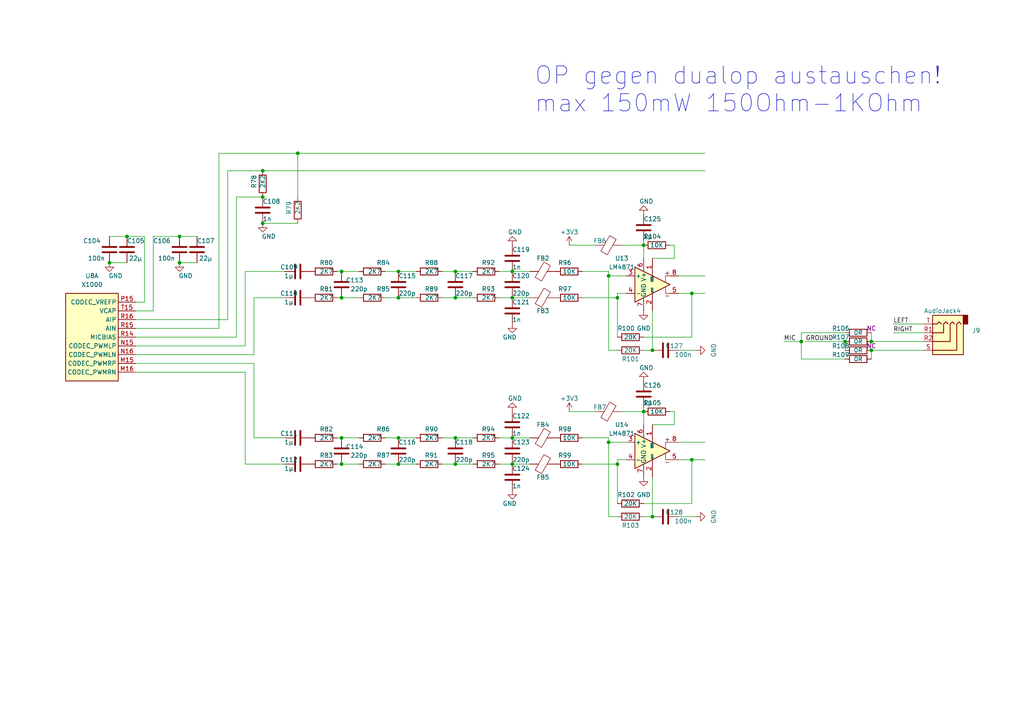
<source format=kicad_sch>
(kicad_sch (version 20211123) (generator eeschema)
  (paper "A4")
  (lib_symbols
    (symbol "Amplifier_Audio:IS31AP4991-SLS2" (pin_names (offset 0.127))
      (property "Reference" "U" (at 5.08 7.62 0))
      (property "Value" "IS31AP4991-SLS2" (at 10.16 5.08 0))
      (symbol "IS31AP4991-SLS2_0_1"
        (polyline (pts (xy 3.81 -3.302) (xy 4.826 -3.302)))
        (polyline (pts (xy 3.81 3.302) (xy 4.826 3.302)))
        (polyline (pts (xy 4.318 2.794) (xy 4.318 3.81)))
      )
      (symbol "IS31AP4991-SLS2_1_1"
        (polyline (pts (xy 3.81 -0.635) (xy 3.81 -2.54) (xy 5.08 -2.54)))
        (polyline (pts (xy 5.08 2.54) (xy 3.81 2.54) (xy 3.81 0.635)))
        (polyline (pts (xy -5.08 5.08) (xy 5.08 0) (xy -5.08 -5.08) (xy -5.08 5.08)) (stroke (width 0.254)) (fill (type background)))
        (pin input line (at 0 7.62 270) (length 5.08) (name "~{SDB}") (number "1"))
        (pin passive line (at 0 -7.62 90) (length 5.08) (name "BYP") (number "2"))
        (pin input line (at -7.62 2.54 0) (length 2.54) (name "+") (number "3"))
        (pin input line (at -7.62 -2.54 0) (length 2.54) (name "-") (number "4"))
        (pin output line (at 7.62 -2.54 180) (length 2.54) (name "~") (number "5"))
        (pin power_in line (at -2.54 7.62 270) (length 3.81) (name "V+") (number "6"))
        (pin power_in line (at -2.54 -7.62 90) (length 3.81) (name "GND") (number "7"))
        (pin output line (at 7.62 2.54 180) (length 2.54) (name "~") (number "8"))
      )
    )
    (symbol "Connector:AudioJack4"
      (property "Reference" "J" (at 0 8.89 0))
      (property "Value" "AudioJack4" (at 0 6.35 0))
      (symbol "AudioJack4_0_1"
        (rectangle (start -6.35 -5.08) (end -7.62 -7.62) (stroke (width 0.254)) (fill (type outline)))
        (polyline (pts (xy 0 -5.08) (xy 0.635 -5.715) (xy 1.27 -5.08) (xy 2.54 -5.08)) (stroke (width 0.254)))
        (polyline (pts (xy -5.715 -5.08) (xy -5.08 -5.715) (xy -4.445 -5.08) (xy -4.445 2.54) (xy 2.54 2.54)) (stroke (width 0.254)))
        (polyline (pts (xy -1.905 -5.08) (xy -1.27 -5.715) (xy -0.635 -5.08) (xy -0.635 -2.54) (xy 2.54 -2.54)) (stroke (width 0.254)))
        (polyline (pts (xy 2.54 0) (xy -2.54 0) (xy -2.54 -5.08) (xy -3.175 -5.715) (xy -3.81 -5.08)) (stroke (width 0.254)))
        (rectangle (start 2.54 3.81) (end -6.35 -7.62) (stroke (width 0.254)) (fill (type background)))
      )
      (symbol "AudioJack4_1_1"
        (pin passive line (at 5.08 -2.54 180) (length 2.54) (name "~") (number "R1"))
        (pin passive line (at 5.08 0 180) (length 2.54) (name "~") (number "R2"))
        (pin passive line (at 5.08 2.54 180) (length 2.54) (name "~") (number "S"))
        (pin passive line (at 5.08 -5.08 180) (length 2.54) (name "~") (number "T"))
      )
    )
    (symbol "Device:C" (pin_numbers hide) (pin_names (offset 0.254))
      (property "Reference" "C" (at 0.635 2.54 0))
      (property "Value" "C" (at 0.635 -2.54 0))
      (symbol "C_0_1"
        (polyline (pts (xy -2.032 -0.762) (xy 2.032 -0.762)) (stroke (width 0.508)))
        (polyline (pts (xy -2.032 0.762) (xy 2.032 0.762)) (stroke (width 0.508)))
      )
      (symbol "C_1_1"
        (pin passive line (at 0 3.81 270) (length 2.794) (name "~") (number "1"))
        (pin passive line (at 0 -3.81 90) (length 2.794) (name "~") (number "2"))
      )
    )
    (symbol "Device:FerriteBead" (pin_numbers hide) (pin_names (offset 0))
      (property "Reference" "FB" (at -3.81 0.635 90))
      (property "Value" "FerriteBead" (at 3.81 0 90))
      (symbol "FerriteBead_0_1"
        (polyline (pts (xy 0 -1.27) (xy 0 -1.2192)))
        (polyline (pts (xy 0 1.27) (xy 0 1.2954)))
        (polyline (pts (xy -2.7686 0.4064) (xy -1.7018 2.2606) (xy 2.7686 -0.3048) (xy 1.6764 -2.159) (xy -2.7686 0.4064)))
      )
      (symbol "FerriteBead_1_1"
        (pin passive line (at 0 3.81 270) (length 2.54) (name "~") (number "1"))
        (pin passive line (at 0 -3.81 90) (length 2.54) (name "~") (number "2"))
      )
    )
    (symbol "Device:R" (pin_numbers hide) (pin_names (offset 0))
      (property "Reference" "R" (at 2.032 0 90))
      (property "Value" "R" (at 0 0 90))
      (symbol "R_0_1"
        (rectangle (start -1.016 -2.54) (end 1.016 2.54) (stroke (width 0.254)))
      )
      (symbol "R_1_1"
        (pin passive line (at 0 3.81 270) (length 1.27) (name "~") (number "1"))
        (pin passive line (at 0 -3.81 90) (length 1.27) (name "~") (number "2"))
      )
    )
    (symbol "TheBrutzlers_Lib:X1000"
      (property "Reference" "U4" (at 12.7 7.62 0))
      (property "Value" "X1000" (at 12.7 5.08 0))
      (symbol "X1000_1_1"
        (rectangle (start 5.08 2.54) (end 20.32 -22.86) (stroke (width 0.254)) (fill (type background)))
        (pin output line (at 25.4 -17.78 180) (length 5.08) (name "CODEC_PWMRP") (number "M15"))
        (pin output line (at 25.4 -20.32 180) (length 5.08) (name "CODEC_PWMRN") (number "M16"))
        (pin output line (at 25.4 -12.7 180) (length 5.08) (name "CODEC_PWMLP") (number "N15"))
        (pin output line (at 25.4 -15.24 180) (length 5.08) (name "CODEC_PWMLN") (number "N16"))
        (pin power_in line (at 25.4 0 180) (length 5.08) (name "CODEC_VREFP") (number "P15"))
        (pin unspecified line (at 25.4 -10.16 180) (length 5.08) (name "MICBIAS") (number "R14"))
        (pin bidirectional line (at 25.4 -7.62 180) (length 5.08) (name "AIN") (number "R15"))
        (pin bidirectional line (at 25.4 -5.08 180) (length 5.08) (name "AIP") (number "R16"))
        (pin power_out line (at 25.4 -2.54 180) (length 5.08) (name "VCAP") (number "T15"))
      )
      (symbol "X1000_2_1"
        (rectangle (start 5.08 2.54) (end 71.12 -40.64) (stroke (width 0.254)) (fill (type background)))
        (pin bidirectional line (at 76.2 -35.56 180) (length 5.08) (name "SD14_SLCD_D14_CIM_D5_PA14") (number "A11"))
        (pin bidirectional line (at 76.2 -25.4 180) (length 5.08) (name "SD10_SLCD_D10_CIM_VSYN_PA10") (number "A15"))
        (pin bidirectional line (at 0 -25.4 0) (length 5.08) (name "SFC_CLK_SSI0_CLK_PA26") (number "A7"))
        (pin bidirectional line (at 76.2 -38.1 180) (length 5.08) (name "SD15_SLCD_D15_CIM_D4_PA15") (number "B11"))
        (pin bidirectional line (at 76.2 -22.86 180) (length 5.08) (name "SD9_SLCD_D9_CIM_HSYN_PA09") (number "B15"))
        (pin bidirectional line (at 76.2 -17.78 180) (length 5.08) (name "SD7_SLCD_D7_PA07") (number "B16"))
        (pin bidirectional line (at 0 -33.02 0) (length 5.08) (name "SFC_DT_SSI0_DT_PA29") (number "B7"))
        (pin bidirectional line (at 0 -30.48 0) (length 5.08) (name "SFC_DR_SSI0_DR_PA28") (number "B8"))
        (pin bidirectional line (at 76.2 -33.02 180) (length 5.08) (name "SD13_SLCD_D13_CIM_D6_PA13") (number "C11"))
        (pin bidirectional line (at 76.2 -27.94 180) (length 5.08) (name "SD11_SLCD_D11_CIM_MCLK_PA11") (number "C14"))
        (pin bidirectional line (at 76.2 -20.32 180) (length 5.08) (name "SD8_SLCD_D8_CIM_PCLK_PA08") (number "C15"))
        (pin bidirectional line (at 76.2 -12.7 180) (length 5.08) (name "SD5_SLCD_D5_UART1_TXD_PA05") (number "C16"))
        (pin bidirectional line (at 0 -38.1 0) (length 5.08) (name "SFC_HOLD_SSI0_GPC_PA31") (number "C6"))
        (pin bidirectional line (at 0 -27.94 0) (length 5.08) (name "SFC_CE_SSI0_CE0_PA27") (number "C7"))
        (pin bidirectional line (at 76.2 -30.48 180) (length 5.08) (name "SD12_SLCD_D12_CIM_D7_PA12") (number "D11"))
        (pin bidirectional line (at 76.2 -10.16 180) (length 5.08) (name "SD4_SLCD_D4_UART1_RXD_PA04") (number "D16"))
        (pin bidirectional line (at 0 -35.56 0) (length 5.08) (name "SFC_WP_SSI0_CE1_PA30") (number "D6"))
        (pin bidirectional line (at 76.2 -15.24 180) (length 5.08) (name "SD6_SLCD_D6_PA06") (number "E15"))
        (pin bidirectional line (at 76.2 -5.08 180) (length 5.08) (name "SD2_SLCD_D2_UART2_RXD_PA02") (number "E16"))
        (pin bidirectional line (at 76.2 -7.62 180) (length 5.08) (name "SD3_SLCD_D3_UART2_TXD_PA03") (number "F15"))
        (pin bidirectional line (at 76.2 0 180) (length 5.08) (name "SD0_SLCD_D0_I2C1_SCK_PA00") (number "F16"))
        (pin bidirectional line (at 76.2 -2.54 180) (length 5.08) (name "SD1_SLCD_D1_I2C1_SDA_PA01") (number "G15"))
      )
      (symbol "X1000_3_1"
        (rectangle (start 5.08 2.54) (end 68.58 -40.64) (stroke (width 0.254)) (fill (type background)))
        (pin bidirectional line (at 73.66 -10.16 180) (length 5.08) (name "WE_SLCD_WR_PB17") (number "D15"))
        (pin bidirectional line (at 73.66 -15.24 180) (length 5.08) (name "CS2_SLCD_TE_PB19") (number "E13"))
        (pin bidirectional line (at 73.66 -17.78 180) (length 5.08) (name "WAIT_SLCD_DC_PB20") (number "E14"))
        (pin bidirectional line (at 73.66 -12.7 180) (length 5.08) (name "CS1_SLCD_CE_PB18") (number "F14"))
        (pin bidirectional line (at 73.66 -7.62 180) (length 5.08) (name "RD_SLCD_RD_PB16") (number "G14"))
        (pin bidirectional line (at 0 -35.56 0) (length 5.08) (name "SA14_MAC_MDIO_PB14") (number "G16"))
        (pin bidirectional line (at 73.66 -22.86 180) (length 5.08) (name "DMIC0_IN_PB22") (number "G3"))
        (pin bidirectional line (at 73.66 -27.94 180) (length 5.08) (name "I2C0_SDA_SCC_DATA_PB24") (number "H1"))
        (pin bidirectional line (at 0 -38.1 0) (length 5.08) (name "SA15_MAC_REF_CLK_PB15") (number "H15"))
        (pin bidirectional line (at 0 -30.48 0) (length 5.08) (name "SA12_MAC_TXD0_PB12") (number "H16"))
        (pin bidirectional line (at 0 -33.02 0) (length 5.08) (name "SA13_MAC_MDC_PB13") (number "J15"))
        (pin bidirectional line (at 0 -27.94 0) (length 5.08) (name "SA11_MAC_TXD1_PB11") (number "J16"))
        (pin bidirectional line (at 73.66 -25.4 180) (length 5.08) (name "I2C0_SCK_SCC_CLK_PB23") (number "J2"))
        (pin bidirectional line (at 0 -25.4 0) (length 5.08) (name "SA10_MAC_TXEN_PB10") (number "K14"))
        (pin bidirectional line (at 0 -22.86 0) (length 5.08) (name "SA9_MAC_RXD0_PB09") (number "K15"))
        (pin bidirectional line (at 0 -20.32 0) (length 5.08) (name "SA8_MAC_RXD1_PB08") (number "K16"))
        (pin bidirectional line (at 0 -17.78 0) (length 5.08) (name "SA7_MAC_CRS_DV_PB07") (number "L14"))
        (pin bidirectional line (at 0 -15.24 0) (length 5.08) (name "SA6_MAC_PHY_CLK_PWM3_PB06") (number "L15"))
        (pin bidirectional line (at 0 0 0) (length 5.08) (name "SA0_I2S_MCLK_PB00") (number "R2"))
        (pin bidirectional line (at 0 -7.62 0) (length 5.08) (name "SA3_I2S_DI_PB03") (number "R3"))
        (pin bidirectional line (at 0 -10.16 0) (length 5.08) (name "SA4_I2S_DO_PB04") (number "R4"))
        (pin bidirectional line (at 73.66 -20.32 180) (length 5.08) (name "DMIC_CLK_PB21") (number "R5"))
        (pin bidirectional line (at 73.66 -30.48 180) (length 5.08) (name "DRV_VBUS_PB25") (number "T11"))
        (pin bidirectional line (at 0 -2.54 0) (length 5.08) (name "SA1_I2S_BCLK_PB01") (number "T2"))
        (pin bidirectional line (at 0 -5.08 0) (length 5.08) (name "SA2_I2S_LRCLK_PB02") (number "T3"))
        (pin bidirectional line (at 0 -12.7 0) (length 5.08) (name "SA5_DMIC1_IN_PB05") (number "T4"))
      )
      (symbol "X1000_4_1"
        (rectangle (start 15.24 0) (end 60.96 -46.99) (stroke (width 0.254)) (fill (type background)))
        (pin bidirectional line (at 66.04 -16.51 180) (length 5.08) (name "MSC0_D4_CIM_D0_PA19") (number "A10"))
        (pin bidirectional line (at 66.04 -1.27 180) (length 5.08) (name "MSC0_CMD_SSI0_CE0_PA25") (number "A12"))
        (pin bidirectional line (at 66.04 -6.35 180) (length 5.08) (name "MSC0_D0_SSI0_DR_PA23") (number "A13"))
        (pin bidirectional line (at 66.04 -11.43 180) (length 5.08) (name "MSC0_D2_SSI0_CE1_PA21") (number "A14"))
        (pin bidirectional line (at 10.16 -16.51 0) (length 5.08) (name "PC17") (number "A2"))
        (pin bidirectional line (at 10.16 -24.13 0) (length 5.08) (name "PC20") (number "A3"))
        (pin bidirectional line (at 10.16 -31.75 0) (length 5.08) (name "PC23") (number "A4"))
        (pin bidirectional line (at 66.04 -44.45 180) (length 5.08) (name "UART0_RTS_PC13") (number "A5"))
        (pin bidirectional line (at 66.04 -39.37 180) (length 5.08) (name "UART0_TXD_PC11") (number "A6"))
        (pin bidirectional line (at 66.04 -21.59 180) (length 5.08) (name "MSC0_D6_CIM_D2_PA17") (number "A9"))
        (pin bidirectional line (at 66.04 -29.21 180) (length 5.08) (name "PCM_DO_PC07") (number "B1"))
        (pin bidirectional line (at 66.04 -19.05 180) (length 5.08) (name "MSC0_D5_CIM_D1_PA18") (number "B10"))
        (pin bidirectional line (at 66.04 -3.81 180) (length 5.08) (name "MSC0_CLK_SSI0_CLK_PA24") (number "B12"))
        (pin bidirectional line (at 66.04 -8.89 180) (length 5.08) (name "MSC0_D1_SSI0_DT_PA22") (number "B13"))
        (pin bidirectional line (at 66.04 -13.97 180) (length 5.08) (name "MSC0_D3_SSI0_GPC_PA20") (number "B14"))
        (pin bidirectional line (at 10.16 -13.97 0) (length 5.08) (name "PC16") (number "B2"))
        (pin bidirectional line (at 10.16 -21.59 0) (length 5.08) (name "PC19") (number "B3"))
        (pin bidirectional line (at 10.16 -29.21 0) (length 5.08) (name "PC22") (number "B4"))
        (pin bidirectional line (at 66.04 -41.91 180) (length 5.08) (name "UART0_CTS_PC12") (number "B5"))
        (pin bidirectional line (at 66.04 -36.83 180) (length 5.08) (name "UART0_RXD_PC10") (number "B6"))
        (pin bidirectional line (at 66.04 -26.67 180) (length 5.08) (name "PCM_CLK_PC06") (number "C1"))
        (pin bidirectional line (at 66.04 -24.13 180) (length 5.08) (name "MSC0_D7_CIM_D3_PA16") (number "C10"))
        (pin bidirectional line (at 66.04 -34.29 180) (length 5.08) (name "PCM_SYN_PC09") (number "C2"))
        (pin bidirectional line (at 10.16 -19.05 0) (length 5.08) (name "PC18") (number "C3"))
        (pin bidirectional line (at 66.04 -31.75 180) (length 5.08) (name "PCM_DI_PC08") (number "D2"))
        (pin bidirectional line (at 10.16 -26.67 0) (length 5.08) (name "PC21") (number "E4"))
        (pin bidirectional line (at 10.16 -41.91 0) (length 5.08) (name "I2C1_SDA_PWM2_PC27") (number "J1"))
        (pin bidirectional line (at 10.16 -36.83 0) (length 5.08) (name "PWM0_PC25") (number "K1"))
        (pin bidirectional line (at 10.16 -39.37 0) (length 5.08) (name "I2C1_SCK_PWM1_PC26") (number "K2"))
        (pin bidirectional line (at 10.16 -34.29 0) (length 5.08) (name "PWM4_PC24") (number "L1"))
      )
      (symbol "X1000_5_1"
        (rectangle (start 5.08 2.54) (end 38.1 -15.24) (stroke (width 0.254)) (fill (type background)))
        (pin bidirectional line (at 43.18 -12.7 180) (length 5.08) (name "UART2_RXD_UART1_RTS_PD05") (number "N1"))
        (pin bidirectional line (at 43.18 -10.16 180) (length 5.08) (name "UART2_TXD_UART1_CTS_PD04") (number "N2"))
        (pin bidirectional line (at 43.18 -7.62 180) (length 5.08) (name "SSI0_DR_UART1_TXD_PD03") (number "P1"))
        (pin bidirectional line (at 43.18 -5.08 180) (length 5.08) (name "SSI0_DT_UART1_RXD_PD02") (number "P2"))
        (pin bidirectional line (at 43.18 0 180) (length 5.08) (name "SSI0_CLK_I2C2_SCK_PD00") (number "P3"))
        (pin bidirectional line (at 43.18 -2.54 180) (length 5.08) (name "SSI0_CE0_I2C2_SDA_PD01") (number "R1"))
      )
      (symbol "X1000_6_1"
        (rectangle (start 5.08 2.54) (end 35.56 -30.48) (stroke (width 0.254)) (fill (type background)))
        (pin power_in line (at 0 -17.78 0) (length 5.08) (name "VREF0") (number "A8"))
        (pin power_in line (at 0 -15.24 0) (length 5.08) (name "ZQ") (number "B9"))
        (pin passive line (at 0 -2.54 0) (length 5.08) hide (name "VSSMEM[6]") (number "E10"))
        (pin power_in line (at 0 -5.08 0) (length 5.08) (name "LPDDR_VDD[3]") (number "E6"))
        (pin power_in line (at 0 0 0) (length 5.08) (name "VDDMEM[6]") (number "E7"))
        (pin passive line (at 0 0 0) (length 5.08) hide (name "VDDMEM[6]") (number "E8"))
        (pin power_in line (at 0 -2.54 0) (length 5.08) (name "VSSMEM[6]") (number "E9"))
        (pin passive line (at 0 -2.54 0) (length 5.08) hide (name "VSSMEM[6]") (number "F10"))
        (pin power_in line (at 40.64 -12.7 180) (length 5.08) (name "VDD[8]") (number "F11"))
        (pin power_in line (at 0 -10.16 0) (length 5.08) (name "LPDDR_VDDQ[5]") (number "F5"))
        (pin passive line (at 0 -5.08 0) (length 5.08) hide (name "LPDDR_VDD[3]") (number "F6"))
        (pin passive line (at 0 0 0) (length 5.08) hide (name "VDDMEM[6]") (number "F7"))
        (pin passive line (at 0 0 0) (length 5.08) hide (name "VDDMEM[6]") (number "F8"))
        (pin passive line (at 0 -2.54 0) (length 5.08) hide (name "VSSMEM[6]") (number "F9"))
        (pin passive line (at 0 -2.54 0) (length 5.08) hide (name "VSSMEM[6]") (number "G10"))
        (pin passive line (at 40.64 -12.7 180) (length 5.08) hide (name "VDD[8]") (number "G11"))
        (pin passive line (at 40.64 -12.7 180) (length 5.08) hide (name "VDD[8]") (number "G12"))
        (pin passive line (at 0 -10.16 0) (length 5.08) hide (name "LPDDR_VDDQ[5]") (number "G5"))
        (pin passive line (at 0 -5.08 0) (length 5.08) hide (name "LPDDR_VDD[3]") (number "G6"))
        (pin passive line (at 0 0 0) (length 5.08) hide (name "VDDMEM[6]") (number "G7"))
        (pin passive line (at 0 0 0) (length 5.08) hide (name "VDDMEM[6]") (number "G8"))
        (pin passive line (at 0 -2.54 0) (length 5.08) hide (name "VSSMEM[6]") (number "G9"))
        (pin passive line (at 40.64 -12.7 180) (length 5.08) hide (name "VDD[8]") (number "H10"))
        (pin passive line (at 40.64 -12.7 180) (length 5.08) hide (name "VDD[8]") (number "H11"))
        (pin passive line (at 40.64 -12.7 180) (length 5.08) hide (name "VDD[8]") (number "H12"))
        (pin passive line (at 0 -10.16 0) (length 5.08) hide (name "LPDDR_VDDQ[5]") (number "H5"))
        (pin passive line (at 0 -10.16 0) (length 5.08) hide (name "LPDDR_VDDQ[5]") (number "H6"))
        (pin passive line (at 0 -10.16 0) (length 5.08) hide (name "LPDDR_VDDQ[5]") (number "H7"))
        (pin power_in line (at 40.64 -10.16 180) (length 5.08) (name "VSS[11]") (number "J10"))
        (pin passive line (at 40.64 -12.7 180) (length 5.08) hide (name "VDD[8]") (number "J11"))
        (pin passive line (at 40.64 -12.7 180) (length 5.08) hide (name "VDD[8]") (number "J12"))
        (pin power_in line (at 0 -12.7 0) (length 5.08) (name "LPDDR_VSSQ[5]") (number "J5"))
        (pin passive line (at 0 -12.7 0) (length 5.08) hide (name "LPDDR_VSSQ[5]") (number "J6"))
        (pin power_in line (at 0 -7.62 0) (length 5.08) (name "LPDDR_VSS[3]") (number "J7"))
        (pin passive line (at 40.64 -10.16 180) (length 5.08) hide (name "VSS[11]") (number "K10"))
        (pin power_in line (at 40.64 -5.08 180) (length 5.08) (name "VDDIO[3]") (number "K11"))
        (pin passive line (at 40.64 -5.08 180) (length 5.08) hide (name "VDDIO[3]") (number "K12"))
        (pin passive line (at 0 -12.7 0) (length 5.08) hide (name "LPDDR_VSSQ[5]") (number "K5"))
        (pin passive line (at 0 -12.7 0) (length 5.08) hide (name "LPDDR_VSSQ[5]") (number "K6"))
        (pin passive line (at 0 -7.62 0) (length 5.08) hide (name "LPDDR_VSS[3]") (number "K7"))
        (pin passive line (at 40.64 -10.16 180) (length 5.08) hide (name "VSS[11]") (number "K8"))
        (pin passive line (at 40.64 -10.16 180) (length 5.08) hide (name "VSS[11]") (number "K9"))
        (pin passive line (at 40.64 -10.16 180) (length 5.08) hide (name "VSS[11]") (number "L10"))
        (pin passive line (at 40.64 -10.16 180) (length 5.08) hide (name "VSS[11]") (number "L11"))
        (pin passive line (at 40.64 -5.08 180) (length 5.08) hide (name "VDDIO[3]") (number "L12"))
        (pin power_in line (at 40.64 -15.24 180) (length 5.08) (name "VDDIO_CODEC") (number "L16"))
        (pin passive line (at 0 -12.7 0) (length 5.08) hide (name "LPDDR_VSSQ[5]") (number "L6"))
        (pin passive line (at 0 -7.62 0) (length 5.08) hide (name "LPDDR_VSS[3]") (number "L7"))
        (pin passive line (at 40.64 -10.16 180) (length 5.08) hide (name "VSS[11]") (number "L8"))
        (pin passive line (at 40.64 -10.16 180) (length 5.08) hide (name "VSS[11]") (number "L9"))
        (pin passive line (at 40.64 -10.16 180) (length 5.08) hide (name "VSS[11]") (number "M10"))
        (pin power_in line (at 40.64 -17.78 180) (length 5.08) (name "VSSIO_CODEC") (number "M14"))
        (pin passive line (at 40.64 -10.16 180) (length 5.08) hide (name "VSS[11]") (number "M8"))
        (pin passive line (at 40.64 -10.16 180) (length 5.08) hide (name "VSS[11]") (number "M9"))
        (pin power_in line (at 40.64 -7.62 180) (length 5.08) (name "VDDIO_5T") (number "N6"))
        (pin power_in line (at 0 -20.32 0) (length 5.08) (name "VSSRTC") (number "N7"))
        (pin power_in line (at 40.64 -27.94 180) (length 5.08) (name "PLL_AVSS") (number "P10"))
        (pin power_in line (at 40.64 -2.54 180) (length 5.08) (name "CODEC_AVSS") (number "P14"))
        (pin power_in line (at 40.64 0 180) (length 5.08) (name "CODEC_AVDD") (number "P16"))
        (pin power_in line (at 40.64 -22.86 180) (length 5.08) (name "PLL_DVSS") (number "P9"))
        (pin power_in line (at 40.64 -25.4 180) (length 5.08) (name "PLL_AVDD") (number "R9"))
        (pin power_in line (at 0 -22.86 0) (length 5.08) (name "VDDRTC") (number "T6"))
        (pin power_in line (at 40.64 -20.32 180) (length 5.08) (name "PLL_DVDD") (number "T9"))
      )
      (symbol "X1000_7_1"
        (rectangle (start 5.08 2.54) (end 48.26 -35.56) (stroke (width 0.254)) (fill (type background)))
        (pin bidirectional line (at 53.34 -20.32 180) (length 5.08) (name "EXCLK_PB27") (number "F1"))
        (pin output line (at 0 -22.86 0) (length 5.08) (name "TDO_UART2_TXD") (number "G1"))
        (pin input line (at 0 -25.4 0) (length 5.08) (name "TDI_UART2_RXD") (number "G2"))
        (pin power_in line (at 0 -33.02 0) (length 5.08) (name "AVDEFUSE") (number "H2"))
        (pin input line (at 0 -20.32 0) (length 5.08) (name "pad_TRST_") (number "K3"))
        (pin bidirectional line (at 53.34 -25.4 180) (length 5.08) (name "BOOT_SEL1_PB29") (number "L2"))
        (pin input line (at 0 -27.94 0) (length 5.08) (name "TCK") (number "L3"))
        (pin bidirectional line (at 53.34 -27.94 180) (length 5.08) (name "BOOT_SEL2_PB30") (number "M1"))
        (pin bidirectional line (at 53.34 -22.86 180) (length 5.08) (name "BOOT_SEL0_PB28") (number "M2"))
        (pin bidirectional line (at 0 -30.48 0) (length 5.08) (name "TMS") (number "M3"))
        (pin input line (at 0 -7.62 0) (length 5.08) (name "PPRST_") (number "P6"))
        (pin input line (at 0 -10.16 0) (length 5.08) (name "TEST_TE") (number "P7"))
        (pin output line (at 0 -17.78 0) (length 5.08) (name "EXCLK_XO(EXCLK_O)") (number "R10"))
        (pin bidirectional line (at 53.34 -30.48 180) (length 5.08) (name "WKUP_PB31") (number "R6"))
        (pin output line (at 0 -5.08 0) (length 5.08) (name "PWRON") (number "R7"))
        (pin input line (at 0 0 0) (length 5.08) (name "RTCLK") (number "R8"))
        (pin input line (at 0 -15.24 0) (length 5.08) (name "EXCLK_XI(EXCLK_I)") (number "T10"))
        (pin bidirectional line (at 53.34 -17.78 180) (length 5.08) (name "RTC32K_PB26") (number "T5"))
        (pin power_out line (at 0 -12.7 0) (length 5.08) (name "LDOOUT") (number "T7"))
        (pin output line (at 0 -2.54 0) (length 5.08) (name "XRTCLK") (number "T8"))
      )
      (symbol "X1000_8_1"
        (rectangle (start 5.08 2.54) (end 30.48 -20.32) (stroke (width 0.254)) (fill (type background)))
        (pin input line (at 35.56 -7.62 180) (length 5.08) (name "USB_ID(OTG_ID)") (number "P11"))
        (pin input line (at 35.56 -5.08 180) (length 5.08) (name "USB_VBUS(OTG_VBUS)") (number "P13"))
        (pin power_in line (at 35.56 -15.24 180) (length 5.08) (name "AVSOTG") (number "R11"))
        (pin bidirectional line (at 35.56 0 180) (length 5.08) (name "USB_DP0(OTG_DP)") (number "R12"))
        (pin bidirectional line (at 35.56 -10.16 180) (length 5.08) (name "OTG_TXR_RKL") (number "R13"))
        (pin bidirectional line (at 35.56 -2.54 180) (length 5.08) (name "USB_DM0(OTG_DM)") (number "T12"))
        (pin power_in line (at 35.56 -17.78 180) (length 5.08) (name "AVDOTG25") (number "T13"))
        (pin power_in line (at 35.56 -12.7 180) (length 5.08) (name "AVDOTG") (number "T14"))
      )
      (symbol "X1000_9_1"
        (rectangle (start 2.54 1.27) (end 20.32 -16.51) (stroke (width 0.254)) (fill (type background)))
        (pin bidirectional line (at 25.4 -6.35 180) (length 5.08) (name "MSC1_D0_PC02") (number "D1"))
        (pin bidirectional line (at 25.4 -1.27 180) (length 5.08) (name "MSC1_CLK_PC00") (number "E1"))
        (pin bidirectional line (at 25.4 -8.89 180) (length 5.08) (name "MSC1_D1_PC03") (number "E2"))
        (pin bidirectional line (at 25.4 -13.97 180) (length 5.08) (name "MSC1_D3_PC05") (number "E3"))
        (pin bidirectional line (at 25.4 -3.81 180) (length 5.08) (name "MSC1_CMD_PC01") (number "F2"))
        (pin bidirectional line (at 25.4 -11.43 180) (length 5.08) (name "MSC1_D2_PC04") (number "F3"))
      )
    )
    (symbol "power:+3V3" (power) (pin_names (offset 0))
      (property "Value" "+3V3" (at 0 3.556 0))
      (symbol "+3V3_0_1"
        (polyline (pts (xy -0.762 1.27) (xy 0 2.54)))
        (polyline (pts (xy 0 0) (xy 0 2.54)))
        (polyline (pts (xy 0 2.54) (xy 0.762 1.27)))
      )
      (symbol "+3V3_1_1"
        (pin power_in line (at 0 0 90) (length 0) hide (name "+3V3") (number "1"))
      )
    )
    (symbol "power:GND" (power) (pin_names (offset 0))
      (property "Value" "GND" (at 0 -3.81 0))
      (symbol "GND_0_1"
        (polyline (pts (xy 0 0) (xy 0 -1.27) (xy 1.27 -1.27) (xy 0 -2.54) (xy -1.27 -1.27) (xy 0 -1.27)))
      )
      (symbol "GND_1_1"
        (pin power_in line (at 0 0 270) (length 0) hide (name "GND") (number "1"))
      )
    )
  )
  (junction (at 232.41 99.06))
  (junction (at 176.53 80.01))
  (junction (at 115.57 134.62))
  (junction (at 189.23 101.6))
  (junction (at 186.69 71.12))
  (junction (at 86.36 44.45))
  (junction (at 31.75 76.2))
  (junction (at 76.2 57.15))
  (junction (at 99.06 134.62))
  (junction (at 148.59 78.74))
  (junction (at 179.07 86.36))
  (junction (at 52.07 68.58))
  (junction (at 76.2 49.53))
  (junction (at 132.08 86.36))
  (junction (at 115.57 86.36))
  (junction (at 115.57 78.74))
  (junction (at 132.08 78.74))
  (junction (at 189.23 149.86))
  (junction (at 132.08 127))
  (junction (at 245.11 99.06))
  (junction (at 200.66 85.09))
  (junction (at 148.59 86.36))
  (junction (at 148.59 134.62))
  (junction (at 179.07 134.62))
  (junction (at 76.2 64.77))
  (junction (at 176.53 128.27))
  (junction (at 132.08 134.62))
  (junction (at 252.73 101.6))
  (junction (at 186.69 119.38))
  (junction (at 200.66 133.35))
  (junction (at 36.83 68.58))
  (junction (at 99.06 86.36))
  (junction (at 99.06 78.74))
  (junction (at 252.73 99.06))
  (junction (at 99.06 127))
  (junction (at 148.59 127))
  (junction (at 52.07 76.2))
  (junction (at 115.57 127))
  (wire (pts (xy 189.23 74.93) (xy 195.58 74.93)))
  (wire (pts (xy 259.08 93.98) (xy 267.97 93.98)))
  (wire (pts (xy 232.41 96.52) (xy 245.11 96.52)))
  (wire (pts (xy 111.76 134.62) (xy 115.57 134.62)))
  (wire (pts (xy 148.59 86.36) (xy 153.67 86.36)))
  (wire (pts (xy 200.66 97.79) (xy 186.69 97.79)))
  (wire (pts (xy 180.34 119.38) (xy 186.69 119.38)))
  (wire (pts (xy 128.27 134.62) (xy 132.08 134.62)))
  (wire (pts (xy 99.06 86.36) (xy 104.14 86.36)))
  (wire (pts (xy 86.36 44.45) (xy 86.36 57.15)))
  (wire (pts (xy 82.55 134.62) (xy 71.12 134.62)))
  (wire (pts (xy 189.23 123.19) (xy 195.58 123.19)))
  (wire (pts (xy 233.68 99.06) (xy 245.11 99.06)))
  (wire (pts (xy 195.58 123.19) (xy 195.58 119.38)))
  (wire (pts (xy 44.45 68.58) (xy 52.07 68.58)))
  (wire (pts (xy 252.73 99.06) (xy 252.73 96.52)))
  (wire (pts (xy 68.58 97.79) (xy 68.58 57.15)))
  (wire (pts (xy 189.23 138.43) (xy 189.23 149.86)))
  (wire (pts (xy 232.41 96.52) (xy 232.41 99.06)))
  (wire (pts (xy 189.23 90.17) (xy 189.23 101.6)))
  (wire (pts (xy 232.41 99.06) (xy 227.33 99.06)))
  (wire (pts (xy 168.91 127) (xy 176.53 127)))
  (wire (pts (xy 132.08 86.36) (xy 137.16 86.36)))
  (wire (pts (xy 168.91 134.62) (xy 179.07 134.62)))
  (wire (pts (xy 132.08 127) (xy 137.16 127)))
  (wire (pts (xy 111.76 86.36) (xy 115.57 86.36)))
  (wire (pts (xy 31.75 76.2) (xy 36.83 76.2)))
  (wire (pts (xy 63.5 95.25) (xy 63.5 44.45)))
  (wire (pts (xy 176.53 128.27) (xy 176.53 149.86)))
  (wire (pts (xy 132.08 78.74) (xy 137.16 78.74)))
  (wire (pts (xy 176.53 149.86) (xy 179.07 149.86)))
  (wire (pts (xy 71.12 134.62) (xy 71.12 107.95)))
  (wire (pts (xy 181.61 80.01) (xy 176.53 80.01)))
  (wire (pts (xy 66.04 92.71) (xy 66.04 49.53)))
  (wire (pts (xy 73.66 105.41) (xy 73.66 127)))
  (wire (pts (xy 148.59 134.62) (xy 153.67 134.62)))
  (wire (pts (xy 245.11 101.6) (xy 245.11 99.06)))
  (wire (pts (xy 200.66 133.35) (xy 200.66 146.05)))
  (wire (pts (xy 63.5 44.45) (xy 86.36 44.45)))
  (wire (pts (xy 115.57 86.36) (xy 120.65 86.36)))
  (wire (pts (xy 128.27 127) (xy 132.08 127)))
  (wire (pts (xy 71.12 100.33) (xy 71.12 78.74)))
  (wire (pts (xy 176.53 127) (xy 176.53 128.27)))
  (wire (pts (xy 144.78 127) (xy 148.59 127)))
  (wire (pts (xy 132.08 134.62) (xy 137.16 134.62)))
  (wire (pts (xy 97.79 86.36) (xy 99.06 86.36)))
  (wire (pts (xy 165.1 119.38) (xy 172.72 119.38)))
  (wire (pts (xy 144.78 86.36) (xy 148.59 86.36)))
  (wire (pts (xy 39.37 90.17) (xy 44.45 90.17)))
  (wire (pts (xy 181.61 128.27) (xy 176.53 128.27)))
  (wire (pts (xy 189.23 101.6) (xy 186.69 101.6)))
  (wire (pts (xy 115.57 127) (xy 120.65 127)))
  (wire (pts (xy 97.79 134.62) (xy 99.06 134.62)))
  (wire (pts (xy 39.37 100.33) (xy 71.12 100.33)))
  (wire (pts (xy 179.07 134.62) (xy 179.07 146.05)))
  (wire (pts (xy 52.07 68.58) (xy 57.15 68.58)))
  (wire (pts (xy 252.73 99.06) (xy 267.97 99.06)))
  (wire (pts (xy 97.79 127) (xy 99.06 127)))
  (wire (pts (xy 144.78 78.74) (xy 148.59 78.74)))
  (wire (pts (xy 128.27 86.36) (xy 132.08 86.36)))
  (wire (pts (xy 186.69 119.38) (xy 186.69 123.19)))
  (wire (pts (xy 201.93 101.6) (xy 196.85 101.6)))
  (wire (pts (xy 165.1 71.12) (xy 172.72 71.12)))
  (wire (pts (xy 39.37 92.71) (xy 66.04 92.71)))
  (wire (pts (xy 115.57 78.74) (xy 120.65 78.74)))
  (wire (pts (xy 97.79 78.74) (xy 99.06 78.74)))
  (wire (pts (xy 111.76 78.74) (xy 115.57 78.74)))
  (wire (pts (xy 176.53 80.01) (xy 176.53 101.6)))
  (wire (pts (xy 200.66 133.35) (xy 204.47 133.35)))
  (wire (pts (xy 179.07 133.35) (xy 181.61 133.35)))
  (wire (pts (xy 73.66 86.36) (xy 82.55 86.36)))
  (wire (pts (xy 99.06 78.74) (xy 104.14 78.74)))
  (wire (pts (xy 196.85 128.27) (xy 204.47 128.27)))
  (wire (pts (xy 195.58 74.93) (xy 195.58 71.12)))
  (wire (pts (xy 86.36 44.45) (xy 204.47 44.45)))
  (wire (pts (xy 186.69 69.85) (xy 186.69 71.12)))
  (wire (pts (xy 168.91 86.36) (xy 179.07 86.36)))
  (wire (pts (xy 31.75 68.58) (xy 36.83 68.58)))
  (wire (pts (xy 76.2 64.77) (xy 86.36 64.77)))
  (wire (pts (xy 201.93 149.86) (xy 196.85 149.86)))
  (wire (pts (xy 71.12 78.74) (xy 82.55 78.74)))
  (wire (pts (xy 196.85 80.01) (xy 204.47 80.01)))
  (wire (pts (xy 186.69 71.12) (xy 186.69 74.93)))
  (wire (pts (xy 99.06 127) (xy 104.14 127)))
  (wire (pts (xy 66.04 49.53) (xy 76.2 49.53)))
  (wire (pts (xy 73.66 102.87) (xy 73.66 86.36)))
  (wire (pts (xy 176.53 101.6) (xy 179.07 101.6)))
  (wire (pts (xy 195.58 119.38) (xy 194.31 119.38)))
  (wire (pts (xy 179.07 133.35) (xy 179.07 134.62)))
  (wire (pts (xy 186.69 118.11) (xy 186.69 119.38)))
  (wire (pts (xy 196.85 133.35) (xy 200.66 133.35)))
  (wire (pts (xy 73.66 127) (xy 82.55 127)))
  (wire (pts (xy 252.73 101.6) (xy 267.97 101.6)))
  (wire (pts (xy 200.66 85.09) (xy 200.66 97.79)))
  (wire (pts (xy 52.07 76.2) (xy 57.15 76.2)))
  (wire (pts (xy 111.76 127) (xy 115.57 127)))
  (wire (pts (xy 39.37 97.79) (xy 68.58 97.79)))
  (wire (pts (xy 232.41 104.14) (xy 245.11 104.14)))
  (wire (pts (xy 196.85 85.09) (xy 200.66 85.09)))
  (wire (pts (xy 76.2 49.53) (xy 204.47 49.53)))
  (wire (pts (xy 259.08 96.52) (xy 267.97 96.52)))
  (wire (pts (xy 148.59 78.74) (xy 153.67 78.74)))
  (wire (pts (xy 176.53 78.74) (xy 176.53 80.01)))
  (wire (pts (xy 200.66 146.05) (xy 186.69 146.05)))
  (wire (pts (xy 44.45 90.17) (xy 44.45 68.58)))
  (wire (pts (xy 128.27 78.74) (xy 132.08 78.74)))
  (wire (pts (xy 39.37 95.25) (xy 63.5 95.25)))
  (wire (pts (xy 71.12 107.95) (xy 39.37 107.95)))
  (wire (pts (xy 189.23 149.86) (xy 186.69 149.86)))
  (wire (pts (xy 39.37 105.41) (xy 73.66 105.41)))
  (wire (pts (xy 168.91 78.74) (xy 176.53 78.74)))
  (wire (pts (xy 41.91 87.63) (xy 39.37 87.63)))
  (wire (pts (xy 179.07 85.09) (xy 179.07 86.36)))
  (wire (pts (xy 68.58 57.15) (xy 76.2 57.15)))
  (wire (pts (xy 36.83 68.58) (xy 41.91 68.58)))
  (wire (pts (xy 179.07 85.09) (xy 181.61 85.09)))
  (wire (pts (xy 195.58 71.12) (xy 194.31 71.12)))
  (wire (pts (xy 99.06 134.62) (xy 104.14 134.62)))
  (wire (pts (xy 232.41 104.14) (xy 232.41 99.06)))
  (wire (pts (xy 148.59 127) (xy 153.67 127)))
  (wire (pts (xy 180.34 71.12) (xy 186.69 71.12)))
  (wire (pts (xy 179.07 86.36) (xy 179.07 97.79)))
  (wire (pts (xy 39.37 102.87) (xy 73.66 102.87)))
  (wire (pts (xy 144.78 134.62) (xy 148.59 134.62)))
  (wire (pts (xy 200.66 85.09) (xy 204.47 85.09)))
  (wire (pts (xy 41.91 68.58) (xy 41.91 87.63)))
  (wire (pts (xy 252.73 104.14) (xy 252.73 101.6)))
  (wire (pts (xy 115.57 134.62) (xy 120.65 134.62)))
  (text "OP gegen dualop austauschen!\nmax 150mW 150Ohm-1KOhm" (at 154.94 33.02 0) (effects (font (size 5 5)) (justify left bottom)))
  (label "MIC" (at 227.33 99.06 0))
  (label "LEFT" (at 259.08 93.98 0))
  (label "GROUND" (at 233.68 99.06 0))
  (label "RIGHT" (at 259.08 96.52 0))
  (symbol (lib_id "Device:R") (at 248.92 96.52 90) (mirror x) (unit 1)
    (property "Reference" "R106" (at 243.84 95.25 90))
    (property "Value" "0R" (at 248.92 96.52 90))
    (property "Footprint" "Resistor_SMD:R_0402_1005Metric" (effects hide))
    (property "populated" "NC" (at 252.73 95.25 90))
  )
  (symbol (lib_id "Device:R") (at 190.5 71.12 90) (unit 1)
    (property "Reference" "R104" (at 189.23 68.58 90))
    (property "Value" "10K" (at 190.5 71.12 90))
    (property "Footprint" "Resistor_SMD:R_0402_1005Metric" (effects hide))
  )
  (symbol (lib_id "Device:FerriteBead") (at 176.53 119.38 90) (unit 1)
    (property "Reference" "FB7" (at 173.99 118.11 90))
    (property "Value" "FerriteBead" (effects hide))
    (property "Footprint" "Resistor_SMD:R_0402_1005Metric" (effects hide))
    (property "LCSC" "C333978" (effects hide))
  )
  (symbol (lib_id "Device:C") (at 132.08 82.55 0) (unit 1)
    (property "Reference" "C117" (at 134.62 80.01 0))
    (property "Value" "220p" (at 134.62 85.09 0))
    (property "Footprint" "Capacitor_SMD:C_0402_1005Metric" (effects hide))
  )
  (symbol (lib_id "Device:R") (at 107.95 78.74 270) (unit 1)
    (property "Reference" "R84" (at 109.22 76.2 90) (effects (justify left)))
    (property "Value" "2K7" (at 106.68 78.74 90) (effects (justify left)))
    (property "Footprint" "Resistor_SMD:R_0402_1005Metric" (effects hide))
    (property "LCSC" "C140189" (effects hide))
  )
  (symbol (lib_id "Device:R") (at 165.1 86.36 90) (unit 1)
    (property "Reference" "R97" (at 163.83 83.82 90))
    (property "Value" "10K" (at 165.1 86.36 90))
    (property "Footprint" "Resistor_SMD:R_0402_1005Metric" (effects hide))
  )
  (symbol (lib_id "Device:R") (at 93.98 78.74 270) (unit 1)
    (property "Reference" "R80" (at 92.71 76.2 90) (effects (justify left)))
    (property "Value" "2K7" (at 92.71 78.74 90) (effects (justify left)))
    (property "Footprint" "Resistor_SMD:R_0402_1005Metric" (effects hide))
    (property "LCSC" "C140189" (effects hide))
  )
  (symbol (lib_id "Device:R") (at 107.95 127 270) (unit 1)
    (property "Reference" "R86" (at 109.22 124.46 90) (effects (justify left)))
    (property "Value" "2K7" (at 106.68 127 90) (effects (justify left)))
    (property "Footprint" "Resistor_SMD:R_0402_1005Metric" (effects hide))
    (property "LCSC" "C140189" (effects hide))
  )
  (symbol (lib_id "Device:C") (at 86.36 78.74 90) (unit 1)
    (property "Reference" "C109" (at 83.82 77.47 90))
    (property "Value" "1µ" (at 83.82 80.01 90))
    (property "Footprint" "Capacitor_SMD:C_0402_1005Metric" (effects hide))
    (property "LCSC" "C5142580" (effects hide))
  )
  (symbol (lib_id "Device:R") (at 190.5 119.38 90) (unit 1)
    (property "Reference" "R105" (at 189.23 116.84 90))
    (property "Value" "10K" (at 190.5 119.38 90))
    (property "Footprint" "Resistor_SMD:R_0402_1005Metric" (effects hide))
  )
  (symbol (lib_id "power:GND") (at 201.93 149.86 90) (unit 1)
    (property "Reference" "#PWR0144" (effects hide))
    (property "Value" "GND" (at 207.01 149.86 0))
  )
  (symbol (lib_id "Device:C") (at 99.06 82.55 0) (unit 1)
    (property "Reference" "C113" (at 102.87 81.28 0))
    (property "Value" "220p" (at 104.14 83.82 0))
    (property "Footprint" "Capacitor_SMD:C_0402_1005Metric" (effects hide))
  )
  (symbol (lib_id "power:GND") (at 186.69 138.43 0) (unit 1)
    (property "Reference" "#PWR0142" (effects hide))
    (property "Value" "GND" (at 186.69 143.51 0))
  )
  (symbol (lib_id "Connector:AudioJack4") (at 273.05 99.06 180) (unit 1)
    (property "Reference" "J9" (at 281.94 95.8849 0) (effects (justify right)))
    (property "Value" "AudioJack4" (at 267.97 90.17 0) (effects (justify right)))
    (property "Footprint" "TheBrutzlers_Lib:AUDIO_3.5mm_PJ-313B6-B" (effects hide))
  )
  (symbol (lib_id "Device:R") (at 124.46 78.74 270) (unit 1)
    (property "Reference" "R88" (at 123.19 76.2 90) (effects (justify left)))
    (property "Value" "2K7" (at 123.19 78.74 90) (effects (justify left)))
    (property "Footprint" "Resistor_SMD:R_0402_1005Metric" (effects hide))
    (property "LCSC" "C140189" (effects hide))
  )
  (symbol (lib_id "power:GND") (at 148.59 93.98 0) (unit 1)
    (property "Reference" "#PWR0134" (effects hide))
    (property "Value" "GND" (at 149.86 97.79 0) (effects (justify right)))
  )
  (symbol (lib_id "Device:FerriteBead") (at 176.53 71.12 90) (unit 1)
    (property "Reference" "FB6" (at 173.99 69.85 90))
    (property "Value" "FerriteBead" (effects hide))
    (property "Footprint" "Resistor_SMD:R_0402_1005Metric" (effects hide))
    (property "LCSC" "C333978" (effects hide))
  )
  (symbol (lib_id "Device:C") (at 31.75 72.39 180) (unit 1)
    (property "Reference" "C104" (at 29.21 69.85 0) (effects (justify left)))
    (property "Value" "100n" (at 30.48 74.93 0) (effects (justify left)))
    (property "Footprint" "Capacitor_SMD:C_0402_1005Metric" (effects hide))
    (property "LCSC" "C83056" (effects hide))
  )
  (symbol (lib_id "Device:R") (at 140.97 86.36 270) (unit 1)
    (property "Reference" "R93" (at 139.7 83.82 90) (effects (justify left)))
    (property "Value" "2K7" (at 139.7 86.36 90) (effects (justify left)))
    (property "Footprint" "Resistor_SMD:R_0402_1005Metric" (effects hide))
    (property "LCSC" "C140189" (effects hide))
  )
  (symbol (lib_id "power:GND") (at 201.93 101.6 90) (unit 1)
    (property "Reference" "#PWR0143" (effects hide))
    (property "Value" "GND" (at 207.01 101.6 0))
  )
  (symbol (lib_id "Device:C") (at 132.08 130.81 0) (unit 1)
    (property "Reference" "C118" (at 134.62 128.27 0))
    (property "Value" "220p" (at 134.62 133.35 0))
    (property "Footprint" "Capacitor_SMD:C_0402_1005Metric" (effects hide))
  )
  (symbol (lib_id "power:GND") (at 148.59 142.24 0) (unit 1)
    (property "Reference" "#PWR0136" (effects hide))
    (property "Value" "GND" (at 149.86 146.05 0) (effects (justify right)))
  )
  (symbol (lib_id "power:+3V3") (at 165.1 119.38 0) (unit 1)
    (property "Reference" "#PWR0138" (effects hide))
    (property "Value" "+3V3" (at 165.1 115.57 0))
  )
  (symbol (lib_id "TheBrutzlers_Lib:X1000") (at 13.97 87.63 0) (unit 1)
    (property "Reference" "U8" (at 26.67 80.01 0))
    (property "Value" "X1000" (at 26.67 82.55 0))
    (property "Footprint" "TheBrutzlers_Lib:BGA256C80P16X16_1300X1300X130N" (effects hide))
  )
  (symbol (lib_id "Device:C") (at 148.59 123.19 0) (unit 1)
    (property "Reference" "C122" (at 151.13 120.65 0))
    (property "Value" "1n" (at 149.86 125.73 0))
    (property "Footprint" "Capacitor_SMD:C_0402_1005Metric" (effects hide))
  )
  (symbol (lib_id "Device:C") (at 148.59 74.93 0) (unit 1)
    (property "Reference" "C119" (at 151.13 72.39 0))
    (property "Value" "1n" (at 149.86 77.47 0))
    (property "Footprint" "Capacitor_SMD:C_0402_1005Metric" (effects hide))
  )
  (symbol (lib_id "Device:C") (at 36.83 72.39 180) (unit 1)
    (property "Reference" "C105" (at 39.37 69.85 0))
    (property "Value" "22µ" (at 39.37 74.93 0))
    (property "Footprint" "Capacitor_SMD:C_0603_1608Metric" (effects hide))
    (property "LCSC" "C2762594" (effects hide))
  )
  (symbol (lib_id "power:GND") (at 148.59 119.38 180) (unit 1)
    (property "Reference" "#PWR0135" (effects hide))
    (property "Value" "GND" (at 147.32 115.57 0) (effects (justify right)))
  )
  (symbol (lib_id "Device:R") (at 93.98 86.36 270) (unit 1)
    (property "Reference" "R81" (at 92.71 83.82 90) (effects (justify left)))
    (property "Value" "2K7" (at 92.71 86.36 90) (effects (justify left)))
    (property "Footprint" "Resistor_SMD:R_0402_1005Metric" (effects hide))
    (property "LCSC" "C140189" (effects hide))
  )
  (symbol (lib_id "power:GND") (at 186.69 90.17 0) (unit 1)
    (property "Reference" "#PWR0140" (effects hide))
    (property "Value" "GND" (at 186.69 95.25 0))
  )
  (symbol (lib_id "Device:FerriteBead") (at 157.48 134.62 90) (unit 1)
    (property "Reference" "FB5" (at 157.48 138.43 90))
    (property "Value" "FerriteBead" (effects hide))
    (property "Footprint" "Resistor_SMD:R_0402_1005Metric" (effects hide))
    (property "LCSC" "C333978" (effects hide))
  )
  (symbol (lib_id "Device:C") (at 186.69 114.3 0) (unit 1)
    (property "Reference" "C126" (at 189.23 111.76 0))
    (property "Value" "1µ" (at 187.96 116.84 0))
    (property "Footprint" "Capacitor_SMD:C_0402_1005Metric" (effects hide))
    (property "LCSC" "C5142580" (effects hide))
  )
  (symbol (lib_id "Device:C") (at 193.04 149.86 90) (unit 1)
    (property "Reference" "C128" (at 198.12 148.59 90) (effects (justify left)))
    (property "Value" "100n" (at 200.66 151.13 90) (effects (justify left)))
    (property "Footprint" "Capacitor_SMD:C_0402_1005Metric" (effects hide))
    (property "LCSC" "C83056" (effects hide))
  )
  (symbol (lib_id "power:GND") (at 186.69 110.49 180) (unit 1)
    (property "Reference" "#PWR0141" (effects hide))
    (property "Value" "GND" (at 185.42 106.68 0) (effects (justify right)))
  )
  (symbol (lib_id "Device:FerriteBead") (at 157.48 127 90) (unit 1)
    (property "Reference" "FB4" (at 157.48 123.19 90))
    (property "Value" "FerriteBead" (effects hide))
    (property "Footprint" "Resistor_SMD:R_0402_1005Metric" (effects hide))
    (property "LCSC" "C333978" (effects hide))
  )
  (symbol (lib_id "Device:R") (at 93.98 134.62 270) (unit 1)
    (property "Reference" "R83" (at 92.71 132.08 90) (effects (justify left)))
    (property "Value" "2K7" (at 92.71 134.62 90) (effects (justify left)))
    (property "Footprint" "Resistor_SMD:R_0402_1005Metric" (effects hide))
    (property "LCSC" "C140189" (effects hide))
  )
  (symbol (lib_id "Device:R") (at 165.1 127 90) (unit 1)
    (property "Reference" "R98" (at 163.83 124.46 90))
    (property "Value" "10K" (at 165.1 127 90))
    (property "Footprint" "Resistor_SMD:R_0402_1005Metric" (effects hide))
  )
  (symbol (lib_id "Device:R") (at 107.95 134.62 270) (unit 1)
    (property "Reference" "R87" (at 109.22 132.08 90) (effects (justify left)))
    (property "Value" "2K7" (at 106.68 134.62 90) (effects (justify left)))
    (property "Footprint" "Resistor_SMD:R_0402_1005Metric" (effects hide))
    (property "LCSC" "C140189" (effects hide))
  )
  (symbol (lib_id "Device:R") (at 124.46 134.62 270) (unit 1)
    (property "Reference" "R91" (at 123.19 132.08 90) (effects (justify left)))
    (property "Value" "2K7" (at 123.19 134.62 90) (effects (justify left)))
    (property "Footprint" "Resistor_SMD:R_0402_1005Metric" (effects hide))
    (property "LCSC" "C140189" (effects hide))
  )
  (symbol (lib_id "Amplifier_Audio:IS31AP4991-SLS2") (at 189.23 130.81 0) (unit 1)
    (property "Reference" "U14" (at 180.34 123.19 0))
    (property "Value" "LM4871" (at 180.34 125.73 0))
    (property "Footprint" "Package_SO:SOIC-8_3.9x4.9mm_P1.27mm" (effects hide))
    (property "LCSC" "C2977084" (effects hide))
  )
  (symbol (lib_id "Device:R") (at 165.1 78.74 90) (unit 1)
    (property "Reference" "R96" (at 163.83 76.2 90))
    (property "Value" "10K" (at 165.1 78.74 90))
    (property "Footprint" "Resistor_SMD:R_0402_1005Metric" (effects hide))
  )
  (symbol (lib_id "Device:R") (at 248.92 104.14 90) (mirror x) (unit 1)
    (property "Reference" "R109" (at 243.84 102.87 90))
    (property "Value" "0R" (at 248.92 104.14 90))
    (property "Footprint" "Resistor_SMD:R_0402_1005Metric" (effects hide))
  )
  (symbol (lib_id "Device:R") (at 182.88 101.6 90) (unit 1)
    (property "Reference" "R101" (at 182.88 104.14 90))
    (property "Value" "20K" (at 182.88 101.6 90))
    (property "Footprint" "Resistor_SMD:R_0402_1005Metric" (effects hide))
  )
  (symbol (lib_id "power:+3V3") (at 165.1 71.12 0) (unit 1)
    (property "Reference" "#PWR0137" (effects hide))
    (property "Value" "+3V3" (at 165.1 67.31 0))
  )
  (symbol (lib_id "Device:R") (at 140.97 134.62 270) (unit 1)
    (property "Reference" "R95" (at 139.7 132.08 90) (effects (justify left)))
    (property "Value" "2K7" (at 139.7 134.62 90) (effects (justify left)))
    (property "Footprint" "Resistor_SMD:R_0402_1005Metric" (effects hide))
    (property "LCSC" "C140189" (effects hide))
  )
  (symbol (lib_id "Device:C") (at 57.15 72.39 180) (unit 1)
    (property "Reference" "C107" (at 59.69 69.85 0))
    (property "Value" "22µ" (at 59.69 74.93 0))
    (property "Footprint" "Capacitor_SMD:C_0603_1608Metric" (effects hide))
    (property "LCSC" "C2762594" (effects hide))
  )
  (symbol (lib_id "power:GND") (at 31.75 76.2 0) (unit 1)
    (property "Reference" "#PWR0130" (effects hide))
    (property "Value" "GND" (at 35.56 80.01 0) (effects (justify right)))
  )
  (symbol (lib_id "Device:FerriteBead") (at 157.48 86.36 90) (unit 1)
    (property "Reference" "FB3" (at 157.48 90.17 90))
    (property "Value" "FerriteBead" (effects hide))
    (property "Footprint" "Resistor_SMD:R_0402_1005Metric" (effects hide))
    (property "LCSC" "C333978" (effects hide))
  )
  (symbol (lib_id "Device:C") (at 86.36 134.62 90) (unit 1)
    (property "Reference" "C112" (at 83.82 133.35 90))
    (property "Value" "1µ" (at 83.82 135.89 90))
    (property "Footprint" "Capacitor_SMD:C_0402_1005Metric" (effects hide))
    (property "LCSC" "C5142580" (effects hide))
  )
  (symbol (lib_id "Device:C") (at 86.36 127 90) (unit 1)
    (property "Reference" "C111" (at 83.82 125.73 90))
    (property "Value" "1µ" (at 83.82 128.27 90))
    (property "Footprint" "Capacitor_SMD:C_0402_1005Metric" (effects hide))
    (property "LCSC" "C5142580" (effects hide))
  )
  (symbol (lib_id "Device:R") (at 124.46 86.36 270) (unit 1)
    (property "Reference" "R89" (at 123.19 83.82 90) (effects (justify left)))
    (property "Value" "2K7" (at 123.19 86.36 90) (effects (justify left)))
    (property "Footprint" "Resistor_SMD:R_0402_1005Metric" (effects hide))
    (property "LCSC" "C140189" (effects hide))
  )
  (symbol (lib_id "Device:C") (at 76.2 60.96 0) (unit 1)
    (property "Reference" "C108" (at 78.74 58.42 0))
    (property "Value" "1n" (at 77.47 63.5 0))
    (property "Footprint" "Capacitor_SMD:C_0402_1005Metric" (effects hide))
  )
  (symbol (lib_id "Device:C") (at 115.57 82.55 0) (unit 1)
    (property "Reference" "C115" (at 118.11 80.01 0))
    (property "Value" "220p" (at 118.11 85.09 0))
    (property "Footprint" "Capacitor_SMD:C_0402_1005Metric" (effects hide))
  )
  (symbol (lib_id "power:GND") (at 186.69 62.23 180) (unit 1)
    (property "Reference" "#PWR0139" (effects hide))
    (property "Value" "GND" (at 185.42 58.42 0) (effects (justify right)))
  )
  (symbol (lib_id "Device:R") (at 124.46 127 270) (unit 1)
    (property "Reference" "R90" (at 123.19 124.46 90) (effects (justify left)))
    (property "Value" "2K7" (at 123.19 127 90) (effects (justify left)))
    (property "Footprint" "Resistor_SMD:R_0402_1005Metric" (effects hide))
    (property "LCSC" "C140189" (effects hide))
  )
  (symbol (lib_id "Device:R") (at 93.98 127 270) (unit 1)
    (property "Reference" "R82" (at 92.71 124.46 90) (effects (justify left)))
    (property "Value" "2K7" (at 92.71 127 90) (effects (justify left)))
    (property "Footprint" "Resistor_SMD:R_0402_1005Metric" (effects hide))
    (property "LCSC" "C140189" (effects hide))
  )
  (symbol (lib_id "Device:R") (at 182.88 149.86 90) (unit 1)
    (property "Reference" "R103" (at 182.88 152.4 90))
    (property "Value" "20K" (at 182.88 149.86 90))
    (property "Footprint" "Resistor_SMD:R_0402_1005Metric" (effects hide))
  )
  (symbol (lib_id "Device:R") (at 165.1 134.62 90) (unit 1)
    (property "Reference" "R99" (at 163.83 132.08 90))
    (property "Value" "10K" (at 165.1 134.62 90))
    (property "Footprint" "Resistor_SMD:R_0402_1005Metric" (effects hide))
  )
  (symbol (lib_id "power:GND") (at 52.07 76.2 0) (unit 1)
    (property "Reference" "#PWR0131" (effects hide))
    (property "Value" "GND" (at 55.88 80.01 0) (effects (justify right)))
  )
  (symbol (lib_id "power:GND") (at 148.59 71.12 180) (unit 1)
    (property "Reference" "#PWR0133" (effects hide))
    (property "Value" "GND" (at 147.32 67.31 0) (effects (justify right)))
  )
  (symbol (lib_id "Device:R") (at 182.88 146.05 90) (unit 1)
    (property "Reference" "R102" (at 181.61 143.51 90))
    (property "Value" "20K" (at 182.88 146.05 90))
    (property "Footprint" "Resistor_SMD:R_0402_1005Metric" (effects hide))
  )
  (symbol (lib_id "Device:R") (at 182.88 97.79 90) (unit 1)
    (property "Reference" "R100" (at 181.61 95.25 90))
    (property "Value" "20K" (at 182.88 97.79 90))
    (property "Footprint" "Resistor_SMD:R_0402_1005Metric" (effects hide))
  )
  (symbol (lib_id "Device:C") (at 193.04 101.6 90) (unit 1)
    (property "Reference" "C127" (at 198.12 100.33 90) (effects (justify left)))
    (property "Value" "100n" (at 200.66 102.87 90) (effects (justify left)))
    (property "Footprint" "Capacitor_SMD:C_0402_1005Metric" (effects hide))
    (property "LCSC" "C83056" (effects hide))
  )
  (symbol (lib_id "Device:R") (at 248.92 101.6 90) (mirror x) (unit 1)
    (property "Reference" "R108" (at 243.84 100.33 90))
    (property "Value" "0R" (at 248.92 101.6 90))
    (property "Footprint" "Resistor_SMD:R_0402_1005Metric" (effects hide))
    (property "populated" "NC" (at 252.73 100.33 90))
  )
  (symbol (lib_id "Device:C") (at 186.69 66.04 0) (unit 1)
    (property "Reference" "C125" (at 189.23 63.5 0))
    (property "Value" "1µ" (at 187.96 68.58 0))
    (property "Footprint" "Capacitor_SMD:C_0402_1005Metric" (effects hide))
    (property "LCSC" "C5142580" (effects hide))
  )
  (symbol (lib_id "Device:FerriteBead") (at 157.48 78.74 90) (unit 1)
    (property "Reference" "FB2" (at 157.48 74.93 90))
    (property "Value" "FerriteBead" (effects hide))
    (property "Footprint" "Resistor_SMD:R_0402_1005Metric" (effects hide))
    (property "LCSC" "C333978" (effects hide))
  )
  (symbol (lib_id "Device:R") (at 140.97 127 270) (unit 1)
    (property "Reference" "R94" (at 139.7 124.46 90) (effects (justify left)))
    (property "Value" "2K7" (at 139.7 127 90) (effects (justify left)))
    (property "Footprint" "Resistor_SMD:R_0402_1005Metric" (effects hide))
    (property "LCSC" "C140189" (effects hide))
  )
  (symbol (lib_id "Device:R") (at 107.95 86.36 270) (unit 1)
    (property "Reference" "R85" (at 109.22 83.82 90) (effects (justify left)))
    (property "Value" "2K7" (at 106.68 86.36 90) (effects (justify left)))
    (property "Footprint" "Resistor_SMD:R_0402_1005Metric" (effects hide))
    (property "LCSC" "C140189" (effects hide))
  )
  (symbol (lib_id "Device:C") (at 148.59 138.43 0) (unit 1)
    (property "Reference" "C124" (at 151.13 135.89 0))
    (property "Value" "1n" (at 149.86 140.97 0))
    (property "Footprint" "Capacitor_SMD:C_0402_1005Metric" (effects hide))
  )
  (symbol (lib_id "Device:C") (at 86.36 86.36 90) (unit 1)
    (property "Reference" "C110" (at 83.82 85.09 90))
    (property "Value" "1µ" (at 83.82 87.63 90))
    (property "Footprint" "Capacitor_SMD:C_0402_1005Metric" (effects hide))
    (property "LCSC" "C5142580" (effects hide))
  )
  (symbol (lib_id "Device:C") (at 148.59 90.17 0) (unit 1)
    (property "Reference" "C121" (at 151.13 87.63 0))
    (property "Value" "1n" (at 149.86 92.71 0))
    (property "Footprint" "Capacitor_SMD:C_0402_1005Metric" (effects hide))
  )
  (symbol (lib_id "Device:R") (at 76.2 53.34 0) (unit 1)
    (property "Reference" "R78" (at 73.66 54.61 90) (effects (justify left)))
    (property "Value" "2K2" (at 76.2 54.61 90) (effects (justify left)))
    (property "Footprint" "Resistor_SMD:R_0402_1005Metric" (effects hide))
  )
  (symbol (lib_id "power:GND") (at 76.2 64.77 0) (unit 1)
    (property "Reference" "#PWR0132" (effects hide))
    (property "Value" "GND" (at 80.01 68.58 0) (effects (justify right)))
  )
  (symbol (lib_id "Device:C") (at 115.57 130.81 0) (unit 1)
    (property "Reference" "C116" (at 118.11 128.27 0))
    (property "Value" "220p" (at 118.11 133.35 0))
    (property "Footprint" "Capacitor_SMD:C_0402_1005Metric" (effects hide))
  )
  (symbol (lib_id "Device:R") (at 140.97 78.74 270) (unit 1)
    (property "Reference" "R92" (at 139.7 76.2 90) (effects (justify left)))
    (property "Value" "2K7" (at 139.7 78.74 90) (effects (justify left)))
    (property "Footprint" "Resistor_SMD:R_0402_1005Metric" (effects hide))
    (property "LCSC" "C140189" (effects hide))
  )
  (symbol (lib_id "Device:R") (at 248.92 99.06 90) (mirror x) (unit 1)
    (property "Reference" "R107" (at 243.84 97.79 90))
    (property "Value" "0R" (at 248.92 99.06 90))
    (property "Footprint" "Resistor_SMD:R_0402_1005Metric" (effects hide))
  )
  (symbol (lib_id "Amplifier_Audio:IS31AP4991-SLS2") (at 189.23 82.55 0) (unit 1)
    (property "Reference" "U13" (at 180.34 74.93 0))
    (property "Value" "LM4871" (at 180.34 77.47 0))
    (property "Footprint" "Package_SO:SOIC-8_3.9x4.9mm_P1.27mm" (effects hide))
    (property "LCSC" "C2977084" (effects hide))
  )
  (symbol (lib_id "Device:C") (at 52.07 72.39 180) (unit 1)
    (property "Reference" "C106" (at 49.53 69.85 0) (effects (justify left)))
    (property "Value" "100n" (at 50.8 74.93 0) (effects (justify left)))
    (property "Footprint" "Capacitor_SMD:C_0402_1005Metric" (effects hide))
    (property "LCSC" "C83056" (effects hide))
  )
  (symbol (lib_id "Device:R") (at 86.36 60.96 0) (unit 1)
    (property "Reference" "R79" (at 83.82 62.23 90) (effects (justify left)))
    (property "Value" "2K2" (at 86.36 62.23 90) (effects (justify left)))
    (property "Footprint" "Resistor_SMD:R_0402_1005Metric" (effects hide))
  )
  (symbol (lib_id "Device:C") (at 148.59 130.81 0) (unit 1)
    (property "Reference" "C123" (at 151.13 128.27 0))
    (property "Value" "220p" (at 151.13 133.35 0))
    (property "Footprint" "Capacitor_SMD:C_0402_1005Metric" (effects hide))
  )
  (symbol (lib_id "Device:C") (at 148.59 82.55 0) (unit 1)
    (property "Reference" "C120" (at 151.13 80.01 0))
    (property "Value" "220p" (at 151.13 85.09 0))
    (property "Footprint" "Capacitor_SMD:C_0402_1005Metric" (effects hide))
  )
  (symbol (lib_id "Device:C") (at 99.06 130.81 0) (unit 1)
    (property "Reference" "C114" (at 102.87 129.54 0))
    (property "Value" "220p" (at 104.14 132.08 0))
    (property "Footprint" "Capacitor_SMD:C_0402_1005Metric" (effects hide))
  )
)
</source>
